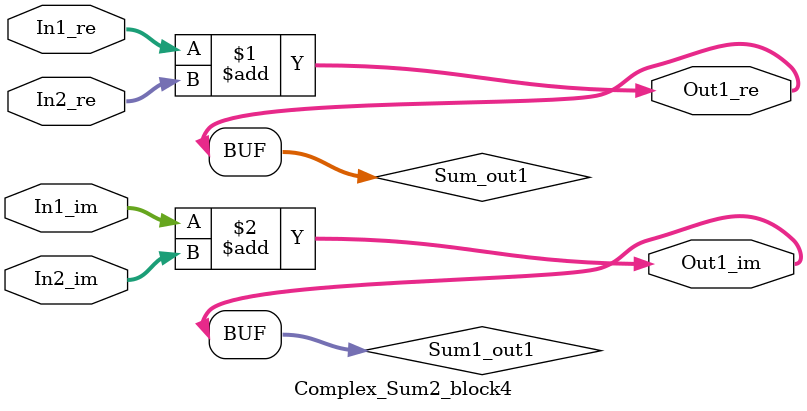
<source format=v>



`timescale 1 ns / 1 ns

module Complex_Sum2_block4
          (In1_re,
           In1_im,
           In2_re,
           In2_im,
           Out1_re,
           Out1_im);


  input   signed [36:0] In1_re;  // sfix37_En22
  input   signed [36:0] In1_im;  // sfix37_En22
  input   signed [36:0] In2_re;  // sfix37_En22
  input   signed [36:0] In2_im;  // sfix37_En22
  output  signed [36:0] Out1_re;  // sfix37_En22
  output  signed [36:0] Out1_im;  // sfix37_En22


  wire signed [36:0] Sum_out1;  // sfix37_En22
  wire signed [36:0] Sum1_out1;  // sfix37_En22


  assign Sum_out1 = In1_re + In2_re;



  assign Out1_re = Sum_out1;

  assign Sum1_out1 = In1_im + In2_im;



  assign Out1_im = Sum1_out1;

endmodule  // Complex_Sum2_block4


</source>
